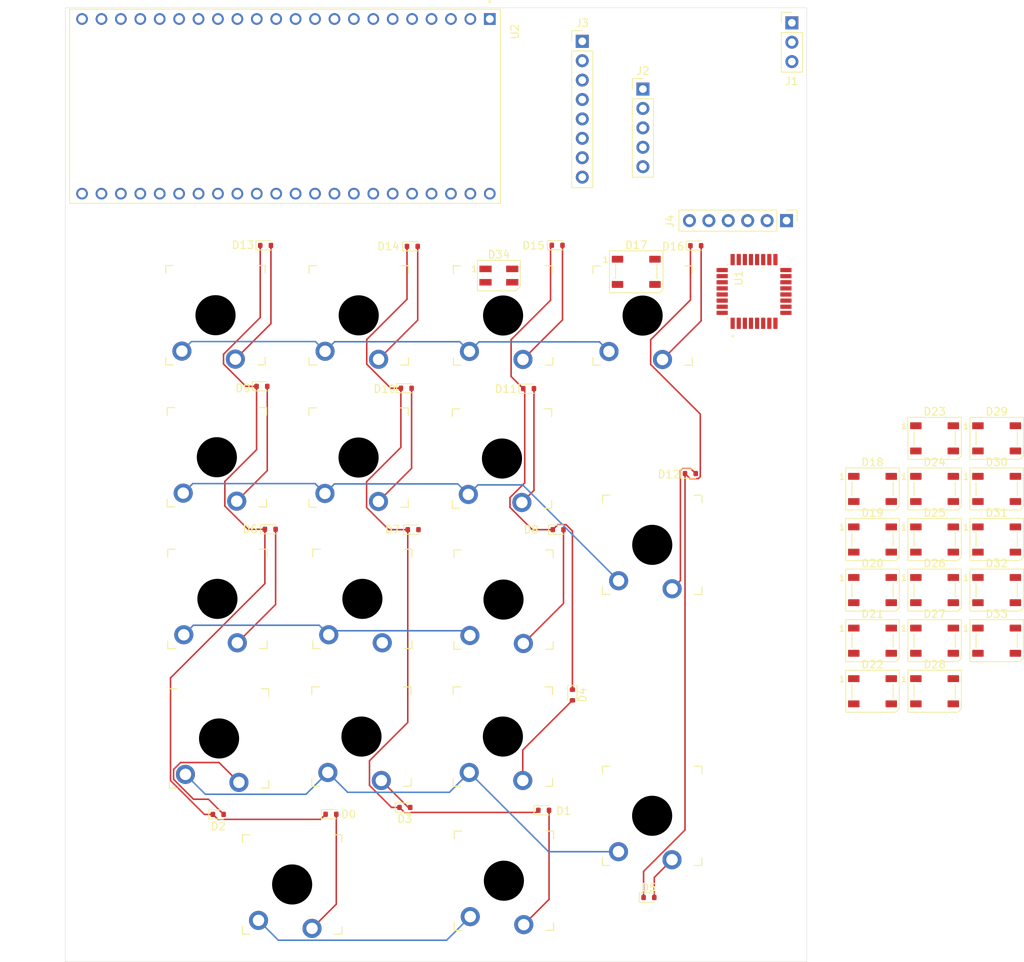
<source format=kicad_pcb>
(kicad_pcb (version 20241229) (generator "pcbnew") (generator_version "9.0")
  (layers (0 "F.Cu" signal) (2 "B.Cu" signal) (13 "F.Paste" user) (15 "B.Paste" user) (5 "F.SilkS" user "F.Silkscreen") (7 "B.SilkS" user "B.Silkscreen") (1 "F.Mask" user) (3 "B.Mask" user) (25 "Edge.Cuts" user))
  (net 0 "")
  (net 1 "Net-(D1-A)")
  (net 2 "Net-(D2-A)")
  (net 3 "Net-(D3-A)")
  (net 4 "Net-(D4-A)")
  (net 5 "Net-(D5-A)")
  (net 6 "Net-(D6-A)")
  (net 7 "Net-(D7-A)")
  (net 8 "Net-(D8-A)")
  (net 9 "Net-(D9-A)")
  (net 10 "Net-(D10-A)")
  (net 11 "Net-(D11-A)")
  (net 12 "Net-(D12-A)")
  (net 13 "Net-(D13-A)")
  (net 14 "Net-(D14-A)")
  (net 15 "Net-(D15-A)")
  (net 16 "Net-(D16-A)")
  (net 17 "Net-(D0-A)")
  (net 18 "C0")
  (net 19 "C2")
  (net 20 "+3.3V")
  (net 21 "C3")
  (net 22 "GND")
  (net 24 "+5V")
  (net 25 "Light_out")
  (net 27 "R3")
  (net 28 "R2")
  (net 29 "R1")
  (net 39 "C1")
  (net 41 "TX2")
  (net 42 "RX2")
  (net 43 "CLK")
  (net 44 "SW")
  (net 45 "SCREEN_SCL_SCK")
  (net 46 "SCREEN_RST")
  (net 47 "SCREEN_CS")
  (net 48 "SCREEN_DC")
  (net 49 "SCREEN_SDA_MOSI")
  (net 50 "R4")
  (net 51 "R0")
  (net 52 "RX")
  (net 53 "TX")
  (net 60 "DT")
  (net 65 "+3V3")
  (footprint "LED_SMD:LED_SK6812MINI_PLCC4_3.5x3.5mm_P1.75mm" (layer "F.Cu") (at 96.92 75.915)
    (property "Reference" "D34")
    (property "Value" "SK6812MINI")
  )
  (footprint "Diode_SMD:D_SOD-523" (layer "F.Cu") (at 66.4 71.97)
    (property "Reference" "D13")
    (property "Value" "1N4148WT" (hide yes))
  )
  (footprint "footprints:SW_Gateron_LowProfile_THT" (layer "F.Cu") (at 59.85 81.1)
    (property "Reference" "SW13" (hide yes))
    (property "Value" "num_lock" (hide yes))
  )
  (footprint "LED_SMD:LED_WS2812B_PLCC4_5.0x5.0mm_P3.2mm" (layer "F.Cu") (at 153.92 110.46)
    (property "Reference" "D25")
    (property "Value" "WS2812B")
  )
  (footprint "LED_SMD:LED_WS2812B_PLCC4_5.0x5.0mm_P3.2mm" (layer "F.Cu") (at 153.92 103.84)
    (property "Reference" "D24")
    (property "Value" "WS2812B")
  )
  (footprint "Diode_SMD:D_SOD-523" (layer "F.Cu") (at 102.7825 145.9)
    (property "Reference" "D1")
    (property "Value" "1N4148WT" (hide yes))
  )
  (footprint "footprints:SW_Gateron_LowProfile_THT" (layer "F.Cu") (at 78.585 81.12)
    (property "Reference" "SW14" (hide yes))
    (property "Value" "/" (hide yes))
  )
  (footprint "LED_SMD:LED_WS2812B_PLCC4_5.0x5.0mm_P3.2mm" (layer "F.Cu") (at 162.04 103.84)
    (property "Reference" "D30")
    (property "Value" "WS2812B")
  )
  (footprint "LED_SMD:LED_WS2812B_PLCC4_5.0x5.0mm_P3.2mm" (layer "F.Cu") (at 162.04 117.08)
    (property "Reference" "D32")
    (property "Value" "WS2812B")
  )
  (footprint "Diode_SMD:D_SOD-523" (layer "F.Cu") (at 60.21 146.44)
    (property "Reference" "D2")
    (property "Value" "1N4148WT" (hide yes))
  )
  (footprint "LED_SMD:LED_WS2812B_PLCC4_5.0x5.0mm_P3.2mm" (layer "F.Cu") (at 145.8 117.08)
    (property "Reference" "D20")
    (property "Value" "WS2812B")
  )
  (footprint "LED_SMD:LED_WS2812B_PLCC4_5.0x5.0mm_P3.2mm" (layer "F.Cu") (at 162.04 123.7)
    (property "Reference" "D33")
    (property "Value" "WS2812B")
  )
  (footprint "Diode_SMD:D_SOD-523" (layer "F.Cu") (at 67.01 109.12)
    (property "Reference" "D6")
    (property "Value" "1N4148WT" (hide yes))
  )
  (footprint "Diode_SMD:D_SOD-523" (layer "F.Cu") (at 84.62 145.53)
    (property "Reference" "D3")
    (property "Value" "1N4148WT" (hide yes))
  )
  (footprint "footprints:SW_Gateron_LowProfile_THT" (layer "F.Cu") (at 97.47 81.14)
    (property "Reference" "SW15" (hide yes))
    (property "Value" "*" (hide yes))
  )
  (footprint "Diode_SMD:D_SOD-523" (layer "F.Cu") (at 100.81 90.71)
    (property "Reference" "D11")
    (property "Value" "1N4148WT" (hide yes))
  )
  (footprint "footprints:SW_Gateron_LowProfile_THT" (layer "F.Cu") (at 60.315 136.5)
    (property "Reference" "SW2" (hide yes))
    (property "Value" "1" (hide yes))
  )
  (footprint "LED_SMD:LED_WS2812B_PLCC4_5.0x5.0mm_P3.2mm" (layer "F.Cu") (at 162.04 97.22)
    (property "Reference" "D29")
    (property "Value" "WS2812B")
  )
  (footprint "Diode_SMD:D_SOD-523" (layer "F.Cu") (at 104.6725 109.17)
    (property "Reference" "D8")
    (property "Value" "1N4148WT" (hide yes))
  )
  (footprint "footprints:SW_Gateron_LowProfile_THT" (layer "F.Cu") (at 79.065 118.23)
    (property "Reference" "SW7" (hide yes))
    (property "Value" "5" (hide yes))
  )
  (footprint "Connector_PinHeader_2.54mm:PinHeader_1x06_P2.54mm_Vertical" (layer "F.Cu") (at 134.55 68.72 -90)
    (property "Reference" "J4")
    (property "Value" "FingerPrint")
  )
  (footprint "LED_SMD:LED_WS2812B_PLCC4_5.0x5.0mm_P3.2mm" (layer "F.Cu") (at 145.8 123.7)
    (property "Reference" "D21")
    (property "Value" "WS2812B")
  )
  (footprint "Connector_PinHeader_2.54mm:PinHeader_1x03_P2.54mm_Vertical" (layer "F.Cu") (at 135.25 42.83)
    (property "Reference" "J1")
    (property "Value" "Light_Sensor")
  )
  (footprint "Diode_SMD:D_SOD-523" (layer "F.Cu") (at 121.97 101.83)
    (property "Reference" "D12")
    (property "Value" "1N4148WT" (hide yes))
  )
  (footprint "LED_SMD:LED_WS2812B_PLCC4_5.0x5.0mm_P3.2mm" (layer "F.Cu") (at 162.04 110.46)
    (property "Reference" "D31")
    (property "Value" "WS2812B")
  )
  (footprint "footprints:SW_Gateron_LowProfile_THT" (layer "F.Cu") (at 69.875 155.61)
    (property "Reference" "SW0" (hide yes))
    (property "Value" "0" (hide yes))
  )
  (footprint "Diode_SMD:D_SOD-523" (layer "F.Cu") (at 84.8 90.66)
    (property "Reference" "D10")
    (property "Value" "1N4148WT" (hide yes))
  )
  (footprint "LED_SMD:LED_WS2812B_PLCC4_5.0x5.0mm_P3.2mm" (layer "F.Cu") (at 145.8 130.32)
    (property "Reference" "D22")
    (property "Value" "WS2812B")
  )
  (footprint "Diode_SMD:D_SOD-523" (layer "F.Cu") (at 116.55 157.32)
    (property "Reference" "D5")
    (property "Value" "1N4148WT" (hide yes))
  )
  (footprint "footprints:SW_Gateron_LowProfile_THT" (layer "F.Cu") (at 78.945 136.25)
    (property "Reference" "SW3" (hide yes))
    (property "Value" "2" (hide yes))
  )
  (footprint "footprints:SW_Gateron_LowProfile_THT" (layer "F.Cu") (at 115.725 81.15)
    (property "Reference" "SW16" (hide yes))
    (property "Value" "-" (hide yes))
  )
  (footprint "footprints:ESP32-S3-DEVKITC-1-N8R8" (layer "F.Cu") (at 65.76 53.76 -90)
    (property "Reference" "U2")
    (property "Value" "ESP32-S3-DEVKITC-1-N8R2")
  )
  (footprint "Diode_SMD:D_SOD-523" (layer "F.Cu") (at 106.54 130.81 -90)
    (property "Reference" "D4")
    (property "Value" "1N4148WT" (hide yes))
  )
  (footprint "footprints:SW_Gateron_LowProfile_THT" (layer "F.Cu") (at 116.97 146.62)
    (property "Reference" "SW5" (hide yes))
    (property "Value" "enter" (hide yes))
  )
  (footprint "Connector_PinHeader_2.54mm:PinHeader_1x08_P2.54mm_Vertical" (layer "F.Cu") (at 107.83 45.25)
    (property "Reference" "J3")
    (property "Value" "Screen_Connector")
  )
  (footprint "footprints:QFP80P900X900X120-32N" (layer "F.Cu") (at 130.3 77.99 90)
    (property "Reference" "U1")
    (property "Value" "ATmega328-P")
  )
  (footprint "Diode_SMD:D_SOD-523" (layer "F.Cu") (at 85.6 72.09)
    (property "Reference" "D14")
    (property "Value" "1N4148WT" (hide yes))
  )
  (footprint "footprints:SW_Gateron_LowProfile_THT" (layer "F.Cu") (at 97.325 99.86)
    (property "Reference" "SW11" (hide yes))
    (property "Value" "9" (hide yes))
  )
  (footprint "LED_SMD:LED_WS2812B_PLCC4_5.0x5.0mm_P3.2mm" (layer "F.Cu") (at 153.92 123.7)
    (property "Reference" "D27")
    (property "Value" "WS2812B")
  )
  (footprint "footprints:SW_Gateron_LowProfile_THT" (layer "F.Cu") (at 60.1 118.23)
    (property "Reference" "SW6" (hide yes))
    (property "Value" "4" (hide yes))
  )
  (footprint "LED_SMD:LED_WS2812B_PLCC4_5.0x5.0mm_P3.2mm" (layer "F.Cu") (at 114.89 75.42)
    (property "Reference" "D17")
    (property "Value" "WS2812B")
  )
  (footprint "LED_SMD:LED_WS2812B_PLCC4_5.0x5.0mm_P3.2mm" (layer "F.Cu") (at 153.92 117.08)
    (property "Reference" "D26")
    (property "Value" "WS2812B")
  )
  (footprint "Connector_PinHeader_2.54mm:PinHeader_1x05_P2.54mm_Vertical" (layer "F.Cu") (at 115.76 51.5)
    (property "Reference" "J2")
    (property "Value" "Rotary_Encoder")
  )
  (footprint "LED_SMD:LED_WS2812B_PLCC4_5.0x5.0mm_P3.2mm" (layer "F.Cu") (at 145.8 103.84)
    (property "Reference" "D18")
    (property "Value" "WS2812B")
  )
  (footprint "LED_SMD:LED_WS2812B_PLCC4_5.0x5.0mm_P3.2mm" (layer "F.Cu") (at 145.8 110.46)
    (property "Reference" "D19")
    (property "Value" "WS2812B")
  )
  (footprint "Diode_SMD:D_SOD-523" (layer "F.Cu") (at 122.68 72)
    (property "Reference" "D16")
    (property "Value" "1N4148WT" (hide yes))
  )
  (footprint "footprints:SW_Gateron_LowProfile_THT" (layer "F.Cu") (at 97.575 155.12)
    (property "Reference" "SW1" (hide yes))
    (property "Value" "." (hide yes))
  )
  (footprint "Diode_SMD:D_SOD-523" (layer "F.Cu") (at 65.92 90.41)
    (property "Reference" "D9")
    (property "Value" "1N4148WT" (hide yes))
  )
  (footprint "footprints:SW_Gateron_LowProfile_THT" (layer "F.Cu") (at 97.525 118.32)
    (property "Reference" "SW8" (hide yes))
    (property "Value" "6" (hide yes))
  )
  (footprint "footprints:SW_Gateron_LowProfile_THT" (layer "F.Cu") (at 97.445 136.25)
    (property "Reference" "SW4" (hide yes))
    (property "Value" "3" (hide yes))
  )
  (footprint "Diode_SMD:D_SOD-523" (layer "F.Cu") (at 104.54 71.95)
    (property "Reference" "D15")
    (property "Value" "1N4148WT" (hide yes))
  )
  (footprint "LED_SMD:LED_WS2812B_PLCC4_5.0x5.0mm_P3.2mm" (layer "F.Cu") (at 153.92 130.32)
    (property "Reference" "D28")
    (property "Value" "WS2812B")
  )
  (footprint "footprints:SW_Gateron_LowProfile_THT" (layer "F.Cu") (at 60.025 99.69)
    (property "Reference" "SW9" (hide yes))
    (property "Value" "7" (hide yes))
  )
  (footprint "footprints:SW_Gateron_LowProfile_THT" (layer "F.Cu") (at 116.985 111.16)
    (property "Reference" "SW12" (hide yes))
    (property "Value" "+" (hide yes))
  )
  (footprint "Diode_SMD:D_SOD-523" (layer "F.Cu") (at 85.7 109.17)
    (property "Reference" "D7")
    (property "Value" "1N4148WT" (hide yes))
  )
  (footprint "Diode_SMD:D_SOD-523" (layer "F.Cu") (at 74.95 146.42)
    (property "Reference" "D0")
    (property "Value" "1N4148WT" (hide yes))
  )
  (footprint "footprints:SW_Gateron_LowProfile_THT" (layer "F.Cu") (at 78.565 99.73)
    (property "Reference" "SW10" (hide yes))
    (property "Value" "8" (hide yes))
  )
  (footprint "LED_SMD:LED_WS2812B_PLCC4_5.0x5.0mm_P3.2mm" (layer "F.Cu") (at 153.92 97.22)
    (property "Reference" "D23")
    (property "Value" "WS2812B")
  )
  (gr_rect (start 40.19 40.87) (end 137.19 165.74) (stroke (width 0.05)) (fill no) (layer "Edge.Cuts"))
  (segment (start 103.4825 157.5625) (end 103.4825 145.9) (width 0.2) (layer "F.Cu") (net 1))
  (segment (start 100.175 160.87) (end 103.4825 157.5625) (width 0.2) (layer "F.Cu") (net 1))
  (segment (start 55.272554 139.649) (end 60.314 139.649) (width 0.2) (layer "F.Cu") (net 2))
  (segment (start 60.91 146.44) (end 58.922 144.452) (width 0.2) (layer "F.Cu") (net 2))
  (segment (start 54.364 140.557554) (end 55.272554 139.649) (width 0.2) (layer "F.Cu") (net 2))
  (segment (start 58.922 144.452) (end 56.973554 144.452) (width 0.2) (layer "F.Cu") (net 2))
  (segment (start 54.364 141.842446) (end 54.364 140.557554) (width 0.2) (layer "F.Cu") (net 2))
  (segment (start 60.314 139.649) (end 62.915 142.25) (width 0.2) (layer "F.Cu") (net 2))
  (segment (start 56.973554 144.452) (end 54.364 141.842446) (width 0.2) (layer "F.Cu") (net 2))
  (segment (start 81.545 142) (end 85.075 145.53) (width 0.2) (layer "F.Cu") (net 3))
  (segment (start 85.075 145.53) (end 85.32 145.53) (width 0.2) (layer "F.Cu") (net 3))
  (segment (start 100.045 142) (end 100.045 138.005) (width 0.2) (layer "F.Cu") (net 4))
  (segment (start 100.045 138.005) (end 106.54 131.51) (width 0.2) (layer "F.Cu") (net 4))
  (segment (start 117.25 157.32) (end 117.25 154.69) (width 0.2) (layer "F.Cu") (net 5))
  (segment (start 117.25 154.69) (end 119.57 152.37) (width 0.2) (layer "F.Cu") (net 5))
  (segment (start 62.7 123.98) (end 67.71 118.97) (width 0.2) (layer "F.Cu") (net 6))
  (segment (start 67.71 118.97) (end 67.71 109.12) (width 0.2) (layer "F.Cu") (net 6))
  (segment (start 105.3725 118.8225) (end 105.3725 109.17) (width 0.2) (layer "F.Cu") (net 8))
  (segment (start 100.125 124.07) (end 105.3725 118.8225) (width 0.2) (layer "F.Cu") (net 8))
  (segment (start 62.625 105.44) (end 66.62 101.445) (width 0.2) (layer "F.Cu") (net 9))
  (segment (start 66.62 101.445) (end 66.62 90.41) (width 0.2) (layer "F.Cu") (net 9))
  (segment (start 81.165 105.48) (end 85.5 101.145) (width 0.2) (layer "F.Cu") (net 10))
  (segment (start 85.5 101.145) (end 85.5 90.66) (width 0.2) (layer "F.Cu") (net 10))
  (segment (start 101.51 104.025) (end 101.51 90.71) (width 0.2) (layer "F.Cu") (net 11))
  (segment (start 99.925 105.61) (end 101.51 104.025) (width 0.2) (layer "F.Cu") (net 11))
  (segment (start 120.669 101.439032) (end 120.929032 101.179) (width 0.2) (layer "F.Cu") (net 12))
  (segment (start 120.669 115.826) (end 120.669 101.439032) (width 0.2) (layer "F.Cu") (net 12))
  (segment (start 119.585 116.91) (end 120.669 115.826) (width 0.2) (layer "F.Cu") (net 12))
  (segment (start 122.019 101.179) (end 122.67 101.83) (width 0.2) (layer "F.Cu") (net 12))
  (segment (start 120.929032 101.179) (end 122.019 101.179) (width 0.2) (layer "F.Cu") (net 12))
  (segment (start 62.45 86.85) (end 67.1 82.2) (width 0.2) (layer "F.Cu") (net 13))
  (segment (start 67.1 82.2) (end 67.1 71.97) (width 0.2) (layer "F.Cu") (net 13))
  (segment (start 86.3 81.755) (end 86.3 72.09) (width 0.2) (layer "F.Cu") (net 14))
  (segment (start 81.185 86.87) (end 86.3 81.755) (width 0.2) (layer "F.Cu") (net 14))
  (segment (start 100.07 86.89) (end 105.24 81.72) (width 0.2) (layer "F.Cu") (net 15))
  (segment (start 105.24 81.72) (end 105.24 71.95) (width 0.2) (layer "F.Cu") (net 15))
  (segment (start 118.325 86.9) (end 123.38 81.845) (width 0.2) (layer "F.Cu") (net 16))
  (segment (start 123.38 81.845) (end 123.38 72) (width 0.2) (layer "F.Cu") (net 16))
  (segment (start 75.65 158.185) (end 75.65 146.42) (width 0.2) (layer "F.Cu") (net 17))
  (segment (start 72.475 161.36) (end 75.65 158.185) (width 0.2) (layer "F.Cu") (net 17))
  (segment (start 59.51 146.44) (end 58.394454 146.44) (width 0.2) (layer "F.Cu") (net 18))
  (segment (start 64.111554 109.12) (end 61.074 106.082446) (width 0.2) (layer "F.Cu") (net 18))
  (segment (start 74.25 146.42) (end 73.579 147.091) (width 0.2) (layer "F.Cu") (net 18))
  (segment (start 60.161 147.091) (end 59.51 146.44) (width 0.2) (layer "F.Cu") (net 18))
  (segment (start 60.899 87.492446) (end 60.899 86.207554) (width 0.2) (layer "F.Cu") (net 18))
  (segment (start 53.963 128.5757) (end 66.31 116.2287) (width 0.2) (layer "F.Cu") (net 18))
  (segment (start 65.7 81.406554) (end 65.7 71.97) (width 0.2) (layer "F.Cu") (net 18))
  (segment (start 61.074 106.082446) (end 61.074 102.8497) (width 0.2) (layer "F.Cu") (net 18))
  (segment (start 58.394454 146.44) (end 53.963 142.008546) (width 0.2) (layer "F.Cu") (net 18))
  (segment (start 73.579 147.091) (end 60.161 147.091) (width 0.2) (layer "F.Cu") (net 18))
  (segment (start 63.816554 90.41) (end 60.899 87.492446) (width 0.2) (layer "F.Cu") (net 18))
  (segment (start 65.22 90.41) (end 63.816554 90.41) (width 0.2) (layer "F.Cu") (net 18))
  (segment (start 66.31 109.12) (end 64.111554 109.12) (width 0.2) (layer "F.Cu") (net 18))
  (segment (start 61.074 102.8497) (end 65.22 98.7037) (width 0.2) (layer "F.Cu") (net 18))
  (segment (start 65.22 98.7037) (end 65.22 90.41) (width 0.2) (layer "F.Cu") (net 18))
  (segment (start 66.31 116.2287) (end 66.31 109.12) (width 0.2) (layer "F.Cu") (net 18))
  (segment (start 53.963 142.008546) (end 53.963 128.5757) (width 0.2) (layer "F.Cu") (net 18))
  (segment (start 60.899 86.207554) (end 65.7 81.406554) (width 0.2) (layer "F.Cu") (net 18))
  (segment (start 106.54 109.345532) (end 106.54 130.11) (width 0.2) (layer "F.Cu") (net 19))
  (segment (start 98.374 104.967554) (end 100.301 103.040554) (width 0.2) (layer "F.Cu") (net 19))
  (segment (start 103.68 79.1387) (end 103.68 71.79) (width 0.2) (layer "F.Cu") (net 19))
  (segment (start 103.9725 109.17) (end 101.291554 109.17) (width 0.2) (layer "F.Cu") (net 19))
  (segment (start 103.9725 109.17) (end 104.6235 108.519) (width 0.2) (layer "F.Cu") (net 19))
  (segment (start 103.68 71.79) (end 103.84 71.95) (width 0.2) (layer "F.Cu") (net 19))
  (segment (start 105.713468 108.519) (end 106.54 109.345532) (width 0.2) (layer "F.Cu") (net 19))
  (segment (start 100.301 103.040554) (end 100.301 90.901) (width 0.2) (layer "F.Cu") (net 19))
  (segment (start 100.301 90.901) (end 100.11 90.71) (width 0.2) (layer "F.Cu") (net 19))
  (segment (start 101.291554 109.17) (end 98.374 106.252446) (width 0.2) (layer "F.Cu") (net 19))
  (segment (start 98.519 84.2997) (end 103.68 79.1387) (width 0.2) (layer "F.Cu") (net 19))
  (segment (start 98.519 89.119) (end 98.519 84.2997) (width 0.2) (layer "F.Cu") (net 19))
  (segment (start 100.11 90.71) (end 98.519 89.119) (width 0.2) (layer "F.Cu") (net 19))
  (segment (start 104.6235 108.519) (end 105.713468 108.519) (width 0.2) (layer "F.Cu") (net 19))
  (segment (start 98.374 106.252446) (end 98.374 104.967554) (width 0.2) (layer "F.Cu") (net 19))
  (segment (start 123.271 102.220968) (end 123.271 94.039446) (width 0.2) (layer "F.Cu") (net 21))
  (segment (start 121.27 101.83) (end 121.921 102.481) (width 0.2) (layer "F.Cu") (net 21))
  (segment (start 121.98 79.1037) (end 121.98 72) (width 0.2) (layer "F.Cu") (net 21))
  (segment (start 116.774 84.3097) (end 121.98 79.1037) (width 0.2) (layer "F.Cu") (net 21))
  (segment (start 115.85 157.32) (end 115.85 153.896554) (width 0.2) (layer "F.Cu") (net 21))
  (segment (start 121.921 102.481) (end 123.010968 102.481) (width 0.2) (layer "F.Cu") (net 21))
  (segment (start 123.010968 102.481) (end 123.271 102.220968) (width 0.2) (layer "F.Cu") (net 21))
  (segment (start 123.271 94.039446) (end 116.774 87.542446) (width 0.2) (layer "F.Cu") (net 21))
  (segment (start 115.85 153.896554) (end 121.27 148.476554) (width 0.2) (layer "F.Cu") (net 21))
  (segment (start 121.27 148.476554) (end 121.27 101.83) (width 0.2) (layer "F.Cu") (net 21))
  (segment (start 116.774 87.542446) (end 116.774 84.3097) (width 0.2) (layer "F.Cu") (net 21))
  (segment (start 58.516 143.801) (end 71.694 143.801) (width 0.2) (layer "B.Cu") (net 27))
  (segment (start 93.045 140.95) (end 103.415 151.32) (width 0.2) (layer "B.Cu") (net 27))
  (segment (start 103.415 151.32) (end 112.57 151.32) (width 0.2) (layer "B.Cu") (net 27))
  (segment (start 71.694 143.801) (end 74.545 140.95) (width 0.2) (layer "B.Cu") (net 27))
  (segment (start 77.146 143.551) (end 90.444 143.551) (width 0.2) (layer "B.Cu") (net 27))
  (segment (start 74.545 140.95) (end 77.146 143.551) (width 0.2) (layer "B.Cu") (net 27))
  (segment (start 55.915 141.2) (end 58.516 143.801) (width 0.2) (layer "B.Cu") (net 27))
  (segment (start 90.444 143.551) (end 93.045 140.95) (width 0.2) (layer "B.Cu") (net 27))
  (segment (start 74.665 122.93) (end 75.195 122.4) (width 0.2) (layer "B.Cu") (net 28))
  (segment (start 56.949999 121.680001) (end 73.415001 121.680001) (width 0.2) (layer "B.Cu") (net 28))
  (segment (start 73.415001 121.680001) (end 74.665 122.93) (width 0.2) (layer "B.Cu") (net 28))
  (segment (start 75.195 122.4) (end 92.505 122.4) (width 0.2) (layer "B.Cu") (net 28))
  (segment (start 92.505 122.4) (end 93.125 123.02) (width 0.2) (layer "B.Cu") (net 28))
  (segment (start 55.7 122.93) (end 56.949999 121.680001) (width 0.2) (layer "B.Cu") (net 28))
  (segment (start 92.925 104.56) (end 94.174999 103.310001) (width 0.2) (layer "B.Cu") (net 29))
  (segment (start 91.545001 103.180001) (end 92.925 104.56) (width 0.2) (layer "B.Cu") (net 29))
  (segment (start 55.625 104.39) (end 56.874999 103.140001) (width 0.2) (layer "B.Cu") (net 29))
  (segment (start 75.414999 103.180001) (end 91.545001 103.180001) (width 0.2) (layer "B.Cu") (net 29))
  (segment (start 56.874999 103.140001) (end 72.875001 103.140001) (width 0.2) (layer "B.Cu") (net 29))
  (segment (start 100.035001 103.310001) (end 112.585 115.86) (width 0.2) (layer "B.Cu") (net 29))
  (segment (start 94.174999 103.310001) (end 100.035001 103.310001) (width 0.2) (layer "B.Cu") (net 29))
  (segment (start 72.875001 103.140001) (end 74.165 104.43) (width 0.2) (layer "B.Cu") (net 29))
  (segment (start 74.165 104.43) (end 75.414999 103.180001) (width 0.2) (layer "B.Cu") (net 29))
  (segment (start 84.1 90.66) (end 82.781554 90.66) (width 0.2) (layer "F.Cu") (net 39))
  (segment (start 82.781554 90.66) (end 79.634 87.512446) (width 0.2) (layer "F.Cu") (net 39))
  (segment (start 85 109.17) (end 82.51 109.17) (width 0.2) (layer "F.Cu") (net 39))
  (segment (start 84.571 146.181) (end 83.92 145.53) (width 0.2) (layer "F.Cu") (net 39))
  (segment (start 79.614 102.8897) (end 84.1 98.4037) (width 0.2) (layer "F.Cu") (net 39))
  (segment (start 82.51 109.17) (end 79.614 106.274) (width 0.2) (layer "F.Cu") (net 39))
  (segment (start 102.0825 145.9) (end 101.8015 146.181) (width 0.2) (layer "F.Cu") (net 39))
  (segment (start 79.614 106.274) (end 79.614 102.8897) (width 0.2) (layer "F.Cu") (net 39))
  (segment (start 85 134.4037) (end 85 109.17) (width 0.2) (layer "F.Cu") (net 39))
  (segment (start 79.994 142.642446) (end 79.994 139.4097) (width 0.2) (layer "F.Cu") (net 39))
  (segment (start 84.9 79.0137) (end 84.9 72.09) (width 0.2) (layer "F.Cu") (net 39))
  (segment (start 101.8015 146.181) (end 84.571 146.181) (width 0.2) (layer "F.Cu") (net 39))
  (segment (start 79.994 139.4097) (end 85 134.4037) (width 0.2) (layer "F.Cu") (net 39))
  (segment (start 84.1 98.4037) (end 84.1 90.66) (width 0.2) (layer "F.Cu") (net 39))
  (segment (start 79.634 84.2797) (end 84.9 79.0137) (width 0.2) (layer "F.Cu") (net 39))
  (segment (start 83.92 145.53) (end 82.881554 145.53) (width 0.2) (layer "F.Cu") (net 39))
  (segment (start 79.634 87.512446) (end 79.634 84.2797) (width 0.2) (layer "F.Cu") (net 39))
  (segment (start 82.881554 145.53) (end 79.994 142.642446) (width 0.2) (layer "F.Cu") (net 39))
  (segment (start 68.076 162.911) (end 90.084 162.911) (width 0.2) (layer "B.Cu") (net 50))
  (segment (start 65.475 160.31) (end 68.076 162.911) (width 0.2) (layer "B.Cu") (net 50))
  (segment (start 90.084 162.911) (end 93.175 159.82) (width 0.2) (layer "B.Cu") (net 50))
  (segment (start 55.45 85.8) (end 55.239 86.011) (width 0.2) (layer "F.Cu") (net 51))
  (segment (start 56.699999 84.550001) (end 72.915001 84.550001) (width 0.2) (layer "B.Cu") (net 51))
  (segment (start 75.434999 84.570001) (end 91.800001 84.570001) (width 0.2) (layer "B.Cu") (net 51))
  (segment (start 91.800001 84.570001) (end 93.07 85.84) (width 0.2) (layer "B.Cu") (net 51))
  (segment (start 74.185 85.82) (end 75.434999 84.570001) (width 0.2) (layer "B.Cu") (net 51))
  (segment (start 110.065001 84.590001) (end 111.325 85.85) (width 0.2) (layer "B.Cu") (net 51))
  (segment (start 55.45 85.8) (end 56.699999 84.550001) (width 0.2) (layer "B.Cu") (net 51))
  (segment (start 72.915001 84.550001) (end 74.185 85.82) (width 0.2) (layer "B.Cu") (net 51))
  (segment (start 93.07 85.84) (end 94.319999 84.590001) (width 0.2) (layer "B.Cu") (net 51))
  (segment (start 94.319999 84.590001) (end 110.065001 84.590001) (width 0.2) (layer "B.Cu") (net 51))
)
</source>
